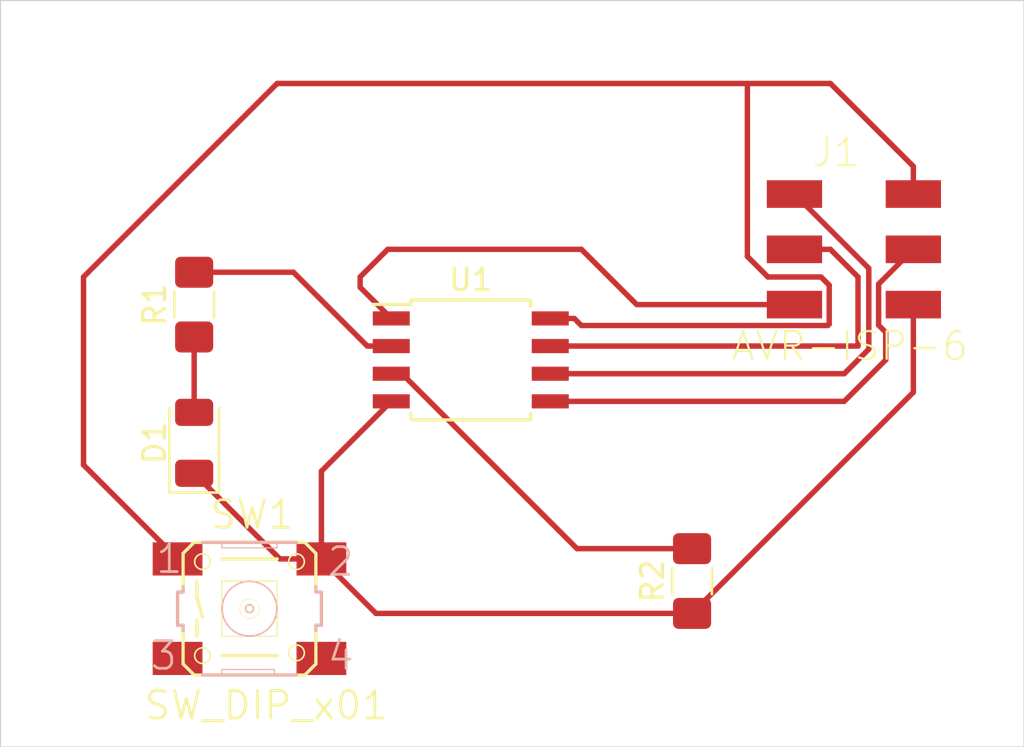
<source format=kicad_pcb>
(kicad_pcb (version 20171130) (host pcbnew 5.1.6-c6e7f7d~87~ubuntu18.04.1)

  (general
    (thickness 1.6)
    (drawings 4)
    (tracks 52)
    (zones 0)
    (modules 6)
    (nets 10)
  )

  (page A4)
  (layers
    (0 F.Cu signal)
    (31 B.Cu signal)
    (32 B.Adhes user)
    (33 F.Adhes user)
    (34 B.Paste user)
    (35 F.Paste user)
    (36 B.SilkS user)
    (37 F.SilkS user)
    (38 B.Mask user)
    (39 F.Mask user)
    (40 Dwgs.User user)
    (41 Cmts.User user)
    (42 Eco1.User user)
    (43 Eco2.User user)
    (44 Edge.Cuts user)
    (45 Margin user)
    (46 B.CrtYd user)
    (47 F.CrtYd user)
    (48 B.Fab user)
    (49 F.Fab user)
  )

  (setup
    (last_trace_width 0.25)
    (trace_clearance 0.2)
    (zone_clearance 0.508)
    (zone_45_only no)
    (trace_min 0.2)
    (via_size 0.8)
    (via_drill 0.4)
    (via_min_size 0.4)
    (via_min_drill 0.3)
    (uvia_size 0.3)
    (uvia_drill 0.1)
    (uvias_allowed no)
    (uvia_min_size 0.2)
    (uvia_min_drill 0.1)
    (edge_width 0.05)
    (segment_width 0.2)
    (pcb_text_width 0.3)
    (pcb_text_size 1.5 1.5)
    (mod_edge_width 0.12)
    (mod_text_size 1 1)
    (mod_text_width 0.15)
    (pad_size 1.524 1.524)
    (pad_drill 0.762)
    (pad_to_mask_clearance 0.05)
    (aux_axis_origin 0 0)
    (visible_elements FFFFFF7F)
    (pcbplotparams
      (layerselection 0x010fc_ffffffff)
      (usegerberextensions false)
      (usegerberattributes true)
      (usegerberadvancedattributes true)
      (creategerberjobfile true)
      (excludeedgelayer true)
      (linewidth 0.100000)
      (plotframeref false)
      (viasonmask false)
      (mode 1)
      (useauxorigin false)
      (hpglpennumber 1)
      (hpglpenspeed 20)
      (hpglpendiameter 15.000000)
      (psnegative false)
      (psa4output false)
      (plotreference true)
      (plotvalue true)
      (plotinvisibletext false)
      (padsonsilk false)
      (subtractmaskfromsilk false)
      (outputformat 1)
      (mirror false)
      (drillshape 1)
      (scaleselection 1)
      (outputdirectory ""))
  )

  (net 0 "")
  (net 1 "Net-(D1-Pad1)")
  (net 2 "Net-(D1-Pad2)")
  (net 3 "Net-(J1-Pad1)")
  (net 4 "Net-(J1-Pad2)")
  (net 5 "Net-(J1-Pad3)")
  (net 6 "Net-(J1-Pad4)")
  (net 7 "Net-(J1-Pad5)")
  (net 8 "Net-(R1-Pad2)")
  (net 9 "Net-(R2-Pad2)")

  (net_class Default "This is the default net class."
    (clearance 0.2)
    (trace_width 0.25)
    (via_dia 0.8)
    (via_drill 0.4)
    (uvia_dia 0.3)
    (uvia_drill 0.1)
    (add_net "Net-(D1-Pad1)")
    (add_net "Net-(D1-Pad2)")
    (add_net "Net-(J1-Pad1)")
    (add_net "Net-(J1-Pad2)")
    (add_net "Net-(J1-Pad3)")
    (add_net "Net-(J1-Pad4)")
    (add_net "Net-(J1-Pad5)")
    (add_net "Net-(R1-Pad2)")
    (add_net "Net-(R2-Pad2)")
  )

  (module LED_SMD:LED_1206_3216Metric (layer F.Cu) (tedit 5B301BBE) (tstamp 5FC56A93)
    (at 105.41 110.49 90)
    (descr "LED SMD 1206 (3216 Metric), square (rectangular) end terminal, IPC_7351 nominal, (Body size source: http://www.tortai-tech.com/upload/download/2011102023233369053.pdf), generated with kicad-footprint-generator")
    (tags diode)
    (path /5FC5447D)
    (attr smd)
    (fp_text reference D1 (at 0 -1.82 90) (layer F.SilkS)
      (effects (font (size 1 1) (thickness 0.15)))
    )
    (fp_text value LED (at 0 1.82 90) (layer F.Fab)
      (effects (font (size 1 1) (thickness 0.15)))
    )
    (fp_line (start 2.28 1.12) (end -2.28 1.12) (layer F.CrtYd) (width 0.05))
    (fp_line (start 2.28 -1.12) (end 2.28 1.12) (layer F.CrtYd) (width 0.05))
    (fp_line (start -2.28 -1.12) (end 2.28 -1.12) (layer F.CrtYd) (width 0.05))
    (fp_line (start -2.28 1.12) (end -2.28 -1.12) (layer F.CrtYd) (width 0.05))
    (fp_line (start -2.285 1.135) (end 1.6 1.135) (layer F.SilkS) (width 0.12))
    (fp_line (start -2.285 -1.135) (end -2.285 1.135) (layer F.SilkS) (width 0.12))
    (fp_line (start 1.6 -1.135) (end -2.285 -1.135) (layer F.SilkS) (width 0.12))
    (fp_line (start 1.6 0.8) (end 1.6 -0.8) (layer F.Fab) (width 0.1))
    (fp_line (start -1.6 0.8) (end 1.6 0.8) (layer F.Fab) (width 0.1))
    (fp_line (start -1.6 -0.4) (end -1.6 0.8) (layer F.Fab) (width 0.1))
    (fp_line (start -1.2 -0.8) (end -1.6 -0.4) (layer F.Fab) (width 0.1))
    (fp_line (start 1.6 -0.8) (end -1.2 -0.8) (layer F.Fab) (width 0.1))
    (fp_text user %R (at 0 0 90) (layer F.Fab)
      (effects (font (size 0.8 0.8) (thickness 0.12)))
    )
    (pad 1 smd roundrect (at -1.4 0 90) (size 1.25 1.75) (layers F.Cu F.Paste F.Mask) (roundrect_rratio 0.2)
      (net 1 "Net-(D1-Pad1)"))
    (pad 2 smd roundrect (at 1.4 0 90) (size 1.25 1.75) (layers F.Cu F.Paste F.Mask) (roundrect_rratio 0.2)
      (net 2 "Net-(D1-Pad2)"))
    (model ${KISYS3DMOD}/LED_SMD.3dshapes/LED_1206_3216Metric.wrl
      (at (xyz 0 0 0))
      (scale (xyz 1 1 1))
      (rotate (xyz 0 0 0))
    )
  )

  (module fab:fab-2X03SMD (layer F.Cu) (tedit 200000) (tstamp 5FC56A9D)
    (at 135.51154 101.6)
    (path /5FC5345C)
    (attr smd)
    (fp_text reference J1 (at -0.635 -4.445) (layer F.SilkS)
      (effects (font (size 1.27 1.27) (thickness 0.1016)))
    )
    (fp_text value AVR-ISP-6 (at 0 4.445) (layer F.SilkS)
      (effects (font (size 1.27 1.27) (thickness 0.1016)))
    )
    (pad 1 smd rect (at -2.54 -2.54) (size 2.54 1.27) (layers F.Cu F.Paste F.Mask)
      (net 3 "Net-(J1-Pad1)"))
    (pad 2 smd rect (at 2.91846 -2.54) (size 2.54 1.27) (layers F.Cu F.Paste F.Mask)
      (net 4 "Net-(J1-Pad2)"))
    (pad 3 smd rect (at -2.54 0) (size 2.54 1.27) (layers F.Cu F.Paste F.Mask)
      (net 5 "Net-(J1-Pad3)"))
    (pad 4 smd rect (at 2.91846 0) (size 2.54 1.27) (layers F.Cu F.Paste F.Mask)
      (net 6 "Net-(J1-Pad4)"))
    (pad 5 smd rect (at -2.54 2.54) (size 2.54 1.27) (layers F.Cu F.Paste F.Mask)
      (net 7 "Net-(J1-Pad5)"))
    (pad 6 smd rect (at 2.91846 2.54) (size 2.54 1.27) (layers F.Cu F.Paste F.Mask)
      (net 1 "Net-(D1-Pad1)"))
  )

  (module Resistor_SMD:R_1206_3216Metric_Pad1.42x1.75mm_HandSolder (layer F.Cu) (tedit 5B301BBD) (tstamp 5FC56AAE)
    (at 105.41 104.14 90)
    (descr "Resistor SMD 1206 (3216 Metric), square (rectangular) end terminal, IPC_7351 nominal with elongated pad for handsoldering. (Body size source: http://www.tortai-tech.com/upload/download/2011102023233369053.pdf), generated with kicad-footprint-generator")
    (tags "resistor handsolder")
    (path /5FC5552D)
    (attr smd)
    (fp_text reference R1 (at 0 -1.82 90) (layer F.SilkS)
      (effects (font (size 1 1) (thickness 0.15)))
    )
    (fp_text value 150 (at 0 1.82 90) (layer F.Fab)
      (effects (font (size 1 1) (thickness 0.15)))
    )
    (fp_text user %R (at 0 0 90) (layer F.Fab)
      (effects (font (size 0.8 0.8) (thickness 0.12)))
    )
    (fp_line (start -1.6 0.8) (end -1.6 -0.8) (layer F.Fab) (width 0.1))
    (fp_line (start -1.6 -0.8) (end 1.6 -0.8) (layer F.Fab) (width 0.1))
    (fp_line (start 1.6 -0.8) (end 1.6 0.8) (layer F.Fab) (width 0.1))
    (fp_line (start 1.6 0.8) (end -1.6 0.8) (layer F.Fab) (width 0.1))
    (fp_line (start -0.602064 -0.91) (end 0.602064 -0.91) (layer F.SilkS) (width 0.12))
    (fp_line (start -0.602064 0.91) (end 0.602064 0.91) (layer F.SilkS) (width 0.12))
    (fp_line (start -2.45 1.12) (end -2.45 -1.12) (layer F.CrtYd) (width 0.05))
    (fp_line (start -2.45 -1.12) (end 2.45 -1.12) (layer F.CrtYd) (width 0.05))
    (fp_line (start 2.45 -1.12) (end 2.45 1.12) (layer F.CrtYd) (width 0.05))
    (fp_line (start 2.45 1.12) (end -2.45 1.12) (layer F.CrtYd) (width 0.05))
    (pad 2 smd roundrect (at 1.4875 0 90) (size 1.425 1.75) (layers F.Cu F.Paste F.Mask) (roundrect_rratio 0.175439)
      (net 8 "Net-(R1-Pad2)"))
    (pad 1 smd roundrect (at -1.4875 0 90) (size 1.425 1.75) (layers F.Cu F.Paste F.Mask) (roundrect_rratio 0.175439)
      (net 2 "Net-(D1-Pad2)"))
    (model ${KISYS3DMOD}/Resistor_SMD.3dshapes/R_1206_3216Metric.wrl
      (at (xyz 0 0 0))
      (scale (xyz 1 1 1))
      (rotate (xyz 0 0 0))
    )
  )

  (module Resistor_SMD:R_1206_3216Metric_Pad1.42x1.75mm_HandSolder (layer F.Cu) (tedit 5B301BBD) (tstamp 5FC56ABF)
    (at 128.27 116.84 90)
    (descr "Resistor SMD 1206 (3216 Metric), square (rectangular) end terminal, IPC_7351 nominal with elongated pad for handsoldering. (Body size source: http://www.tortai-tech.com/upload/download/2011102023233369053.pdf), generated with kicad-footprint-generator")
    (tags "resistor handsolder")
    (path /5FC55028)
    (attr smd)
    (fp_text reference R2 (at 0 -1.82 90) (layer F.SilkS)
      (effects (font (size 1 1) (thickness 0.15)))
    )
    (fp_text value 10000 (at 0 1.82 90) (layer F.Fab)
      (effects (font (size 1 1) (thickness 0.15)))
    )
    (fp_line (start 2.45 1.12) (end -2.45 1.12) (layer F.CrtYd) (width 0.05))
    (fp_line (start 2.45 -1.12) (end 2.45 1.12) (layer F.CrtYd) (width 0.05))
    (fp_line (start -2.45 -1.12) (end 2.45 -1.12) (layer F.CrtYd) (width 0.05))
    (fp_line (start -2.45 1.12) (end -2.45 -1.12) (layer F.CrtYd) (width 0.05))
    (fp_line (start -0.602064 0.91) (end 0.602064 0.91) (layer F.SilkS) (width 0.12))
    (fp_line (start -0.602064 -0.91) (end 0.602064 -0.91) (layer F.SilkS) (width 0.12))
    (fp_line (start 1.6 0.8) (end -1.6 0.8) (layer F.Fab) (width 0.1))
    (fp_line (start 1.6 -0.8) (end 1.6 0.8) (layer F.Fab) (width 0.1))
    (fp_line (start -1.6 -0.8) (end 1.6 -0.8) (layer F.Fab) (width 0.1))
    (fp_line (start -1.6 0.8) (end -1.6 -0.8) (layer F.Fab) (width 0.1))
    (fp_text user %R (at 0 0 90) (layer F.Fab)
      (effects (font (size 0.8 0.8) (thickness 0.12)))
    )
    (pad 1 smd roundrect (at -1.4875 0 90) (size 1.425 1.75) (layers F.Cu F.Paste F.Mask) (roundrect_rratio 0.175439)
      (net 1 "Net-(D1-Pad1)"))
    (pad 2 smd roundrect (at 1.4875 0 90) (size 1.425 1.75) (layers F.Cu F.Paste F.Mask) (roundrect_rratio 0.175439)
      (net 9 "Net-(R2-Pad2)"))
    (model ${KISYS3DMOD}/Resistor_SMD.3dshapes/R_1206_3216Metric.wrl
      (at (xyz 0 0 0))
      (scale (xyz 1 1 1))
      (rotate (xyz 0 0 0))
    )
  )

  (module fab:fab-6MM_SWITCH (layer F.Cu) (tedit 200000) (tstamp 5FC56AFD)
    (at 107.95 118.11)
    (descr "OMRON SWITCH")
    (tags "OMRON SWITCH")
    (path /5FC60587)
    (attr smd)
    (fp_text reference SW1 (at 0.127 -4.318) (layer F.SilkS)
      (effects (font (size 1.27 1.27) (thickness 0.127)))
    )
    (fp_text value SW_DIP_x01 (at 0.762 4.445) (layer F.SilkS)
      (effects (font (size 1.27 1.27) (thickness 0.127)))
    )
    (fp_circle (center 0 0) (end -0.127 0.127) (layer B.SilkS) (width 0.0762))
    (fp_circle (center 0 0) (end -0.3175 0.3175) (layer F.SilkS) (width 0.0254))
    (fp_circle (center -2.159 -2.159) (end -2.413 -2.413) (layer F.SilkS) (width 0.0762))
    (fp_circle (center 2.159 -2.159) (end 2.413 -2.413) (layer F.SilkS) (width 0.0762))
    (fp_circle (center 2.159 2.032) (end 2.413 2.286) (layer F.SilkS) (width 0.0762))
    (fp_circle (center -2.159 2.159) (end -2.413 2.413) (layer F.SilkS) (width 0.0762))
    (fp_circle (center 0 0) (end -0.889 0.889) (layer B.SilkS) (width 0.0762))
    (fp_line (start -2.413 -0.508) (end -2.159 0.381) (layer F.SilkS) (width 0.1524))
    (fp_line (start -2.413 0.508) (end -2.413 1.27) (layer F.SilkS) (width 0.1524))
    (fp_line (start -2.413 -1.27) (end -2.413 -0.508) (layer F.SilkS) (width 0.1524))
    (fp_line (start 1.27 -2.286) (end -1.27 -2.286) (layer F.SilkS) (width 0.1524))
    (fp_line (start -1.27 2.159) (end 1.27 2.159) (layer F.SilkS) (width 0.1524))
    (fp_line (start -3.048 -0.762) (end -3.048 -1.016) (layer B.SilkS) (width 0.1524))
    (fp_line (start -3.048 0.762) (end -3.048 1.016) (layer B.SilkS) (width 0.1524))
    (fp_line (start 3.048 -0.762) (end 3.048 -1.016) (layer B.SilkS) (width 0.1524))
    (fp_line (start 3.048 0.762) (end 3.048 1.016) (layer B.SilkS) (width 0.1524))
    (fp_line (start 1.143 3.048) (end 2.159 3.048) (layer B.SilkS) (width 0.1524))
    (fp_line (start -1.27 3.048) (end 1.143 3.048) (layer B.SilkS) (width 0.1524))
    (fp_line (start -1.27 -3.048) (end -2.159 -3.048) (layer B.SilkS) (width 0.1524))
    (fp_line (start 1.27 -3.048) (end -1.27 -3.048) (layer B.SilkS) (width 0.1524))
    (fp_line (start 2.159 -3.048) (end 1.27 -3.048) (layer B.SilkS) (width 0.1524))
    (fp_line (start 2.54 -3.048) (end 2.159 -3.048) (layer F.SilkS) (width 0.1524))
    (fp_line (start -2.54 -3.048) (end -2.159 -3.048) (layer F.SilkS) (width 0.1524))
    (fp_line (start -2.159 3.048) (end -1.27 3.048) (layer B.SilkS) (width 0.1524))
    (fp_line (start -2.54 3.048) (end -2.159 3.048) (layer F.SilkS) (width 0.1524))
    (fp_line (start 2.54 3.048) (end 2.159 3.048) (layer F.SilkS) (width 0.1524))
    (fp_line (start -1.27 2.794) (end -1.27 3.048) (layer B.SilkS) (width 0.0508))
    (fp_line (start 1.143 2.794) (end 1.143 3.048) (layer B.SilkS) (width 0.0508))
    (fp_line (start 1.143 2.794) (end -1.27 2.794) (layer B.SilkS) (width 0.0508))
    (fp_line (start 1.27 -2.794) (end 1.27 -3.048) (layer B.SilkS) (width 0.0508))
    (fp_line (start 1.27 -2.794) (end -1.27 -2.794) (layer B.SilkS) (width 0.0508))
    (fp_line (start -1.27 -3.048) (end -1.27 -2.794) (layer B.SilkS) (width 0.0508))
    (fp_line (start -1.27 -1.27) (end 1.27 -1.27) (layer F.SilkS) (width 0.0508))
    (fp_line (start 1.27 1.27) (end 1.27 -1.27) (layer F.SilkS) (width 0.0508))
    (fp_line (start 1.27 1.27) (end -1.27 1.27) (layer F.SilkS) (width 0.0508))
    (fp_line (start -1.27 -1.27) (end -1.27 1.27) (layer F.SilkS) (width 0.0508))
    (fp_line (start -3.048 2.54) (end -3.048 1.016) (layer F.SilkS) (width 0.1524))
    (fp_line (start -2.54 3.048) (end -3.048 2.54) (layer F.SilkS) (width 0.1524))
    (fp_line (start -3.048 -2.54) (end -3.048 -1.016) (layer F.SilkS) (width 0.1524))
    (fp_line (start -2.54 -3.048) (end -3.048 -2.54) (layer F.SilkS) (width 0.1524))
    (fp_line (start 3.048 2.54) (end 3.048 1.016) (layer F.SilkS) (width 0.1524))
    (fp_line (start 2.54 3.048) (end 3.048 2.54) (layer F.SilkS) (width 0.1524))
    (fp_line (start 3.048 -2.54) (end 2.54 -3.048) (layer F.SilkS) (width 0.1524))
    (fp_line (start -3.048 0.762) (end -3.302 0.762) (layer B.SilkS) (width 0.1524))
    (fp_line (start -3.302 -0.762) (end -3.302 0.762) (layer B.SilkS) (width 0.1524))
    (fp_line (start -3.302 -0.762) (end -3.048 -0.762) (layer B.SilkS) (width 0.1524))
    (fp_line (start 3.048 -1.016) (end 3.048 -2.54) (layer F.SilkS) (width 0.1524))
    (fp_line (start 3.048 -0.762) (end 3.302 -0.762) (layer B.SilkS) (width 0.1524))
    (fp_line (start 3.302 0.762) (end 3.302 -0.762) (layer B.SilkS) (width 0.1524))
    (fp_line (start 3.302 0.762) (end 3.048 0.762) (layer B.SilkS) (width 0.1524))
    (fp_text user 1 (at -3.683 -2.286) (layer B.SilkS)
      (effects (font (size 1.27 1.27) (thickness 0.127)))
    )
    (fp_text user 2 (at 4.191 -2.159) (layer B.SilkS)
      (effects (font (size 1.27 1.27) (thickness 0.127)))
    )
    (fp_text user 3 (at -3.937 2.159) (layer B.SilkS)
      (effects (font (size 1.27 1.27) (thickness 0.127)))
    )
    (fp_text user 4 (at 4.191 2.159) (layer B.SilkS)
      (effects (font (size 1.27 1.27) (thickness 0.127)))
    )
    (pad 1 smd rect (at -3.302 -2.286) (size 2.286 1.524) (layers F.Cu F.Paste F.Mask)
      (net 4 "Net-(J1-Pad2)"))
    (pad 2 smd rect (at 3.302 -2.286) (size 2.286 1.524) (layers F.Cu F.Paste F.Mask)
      (net 1 "Net-(D1-Pad1)"))
    (pad 3 smd rect (at -3.302 2.286) (size 2.286 1.524) (layers F.Cu F.Paste F.Mask))
    (pad 4 smd rect (at 3.302 2.286) (size 2.286 1.524) (layers F.Cu F.Paste F.Mask))
  )

  (module Package_SO:SOIJ-8_5.3x5.3mm_P1.27mm (layer F.Cu) (tedit 5A02F2D3) (tstamp 5FC56B1A)
    (at 118.11 106.68)
    (descr "8-Lead Plastic Small Outline (SM) - Medium, 5.28 mm Body [SOIC] (see Microchip Packaging Specification 00000049BS.pdf)")
    (tags "SOIC 1.27")
    (path /5FC52D5B)
    (attr smd)
    (fp_text reference U1 (at 0 -3.68) (layer F.SilkS)
      (effects (font (size 1 1) (thickness 0.15)))
    )
    (fp_text value ATtiny85-20SU (at 0 3.68) (layer F.Fab)
      (effects (font (size 1 1) (thickness 0.15)))
    )
    (fp_line (start -2.75 -2.55) (end -4.5 -2.55) (layer F.SilkS) (width 0.15))
    (fp_line (start -2.75 2.755) (end 2.75 2.755) (layer F.SilkS) (width 0.15))
    (fp_line (start -2.75 -2.755) (end 2.75 -2.755) (layer F.SilkS) (width 0.15))
    (fp_line (start -2.75 2.755) (end -2.75 2.455) (layer F.SilkS) (width 0.15))
    (fp_line (start 2.75 2.755) (end 2.75 2.455) (layer F.SilkS) (width 0.15))
    (fp_line (start 2.75 -2.755) (end 2.75 -2.455) (layer F.SilkS) (width 0.15))
    (fp_line (start -2.75 -2.755) (end -2.75 -2.55) (layer F.SilkS) (width 0.15))
    (fp_line (start -4.75 2.95) (end 4.75 2.95) (layer F.CrtYd) (width 0.05))
    (fp_line (start -4.75 -2.95) (end 4.75 -2.95) (layer F.CrtYd) (width 0.05))
    (fp_line (start 4.75 -2.95) (end 4.75 2.95) (layer F.CrtYd) (width 0.05))
    (fp_line (start -4.75 -2.95) (end -4.75 2.95) (layer F.CrtYd) (width 0.05))
    (fp_line (start -2.65 -1.65) (end -1.65 -2.65) (layer F.Fab) (width 0.15))
    (fp_line (start -2.65 2.65) (end -2.65 -1.65) (layer F.Fab) (width 0.15))
    (fp_line (start 2.65 2.65) (end -2.65 2.65) (layer F.Fab) (width 0.15))
    (fp_line (start 2.65 -2.65) (end 2.65 2.65) (layer F.Fab) (width 0.15))
    (fp_line (start -1.65 -2.65) (end 2.65 -2.65) (layer F.Fab) (width 0.15))
    (fp_text user %R (at 0 0) (layer F.Fab)
      (effects (font (size 1 1) (thickness 0.15)))
    )
    (pad 1 smd rect (at -3.65 -1.905) (size 1.7 0.65) (layers F.Cu F.Paste F.Mask)
      (net 7 "Net-(J1-Pad5)"))
    (pad 2 smd rect (at -3.65 -0.635) (size 1.7 0.65) (layers F.Cu F.Paste F.Mask)
      (net 8 "Net-(R1-Pad2)"))
    (pad 3 smd rect (at -3.65 0.635) (size 1.7 0.65) (layers F.Cu F.Paste F.Mask)
      (net 9 "Net-(R2-Pad2)"))
    (pad 4 smd rect (at -3.65 1.905) (size 1.7 0.65) (layers F.Cu F.Paste F.Mask)
      (net 1 "Net-(D1-Pad1)"))
    (pad 5 smd rect (at 3.65 1.905) (size 1.7 0.65) (layers F.Cu F.Paste F.Mask)
      (net 6 "Net-(J1-Pad4)"))
    (pad 6 smd rect (at 3.65 0.635) (size 1.7 0.65) (layers F.Cu F.Paste F.Mask)
      (net 3 "Net-(J1-Pad1)"))
    (pad 7 smd rect (at 3.65 -0.635) (size 1.7 0.65) (layers F.Cu F.Paste F.Mask)
      (net 5 "Net-(J1-Pad3)"))
    (pad 8 smd rect (at 3.65 -1.905) (size 1.7 0.65) (layers F.Cu F.Paste F.Mask)
      (net 4 "Net-(J1-Pad2)"))
    (model ${KISYS3DMOD}/Package_SO.3dshapes/SOIJ-8_5.3x5.3mm_P1.27mm.wrl
      (at (xyz 0 0 0))
      (scale (xyz 1 1 1))
      (rotate (xyz 0 0 0))
    )
  )

  (gr_line (start 96.52 90.17) (end 96.52 124.46) (layer Edge.Cuts) (width 0.05) (tstamp 5FC574A5))
  (gr_line (start 143.51 90.17) (end 96.52 90.17) (layer Edge.Cuts) (width 0.05))
  (gr_line (start 143.51 124.46) (end 143.51 90.17) (layer Edge.Cuts) (width 0.05))
  (gr_line (start 96.52 124.46) (end 143.51 124.46) (layer Edge.Cuts) (width 0.05))

  (segment (start 111.252 111.793) (end 114.46 108.585) (width 0.25) (layer F.Cu) (net 1))
  (segment (start 111.252 115.824) (end 111.252 111.793) (width 0.25) (layer F.Cu) (net 1))
  (segment (start 109.344 115.824) (end 105.41 111.89) (width 0.25) (layer F.Cu) (net 1))
  (segment (start 111.252 115.824) (end 109.344 115.824) (width 0.25) (layer F.Cu) (net 1))
  (segment (start 113.7555 118.3275) (end 111.252 115.824) (width 0.25) (layer F.Cu) (net 1))
  (segment (start 128.27 118.3275) (end 113.7555 118.3275) (width 0.25) (layer F.Cu) (net 1))
  (segment (start 138.43 108.1675) (end 138.43 104.14) (width 0.25) (layer F.Cu) (net 1))
  (segment (start 128.27 118.3275) (end 138.43 108.1675) (width 0.25) (layer F.Cu) (net 1))
  (segment (start 105.41 109.09) (end 105.41 105.6275) (width 0.25) (layer F.Cu) (net 2))
  (segment (start 121.76 107.315) (end 135.255 107.315) (width 0.25) (layer F.Cu) (net 3))
  (segment (start 136.384989 102.473449) (end 132.97154 99.06) (width 0.25) (layer F.Cu) (net 3))
  (segment (start 136.384989 106.185011) (end 136.384989 102.473449) (width 0.25) (layer F.Cu) (net 3))
  (segment (start 135.255 107.315) (end 136.384989 106.185011) (width 0.25) (layer F.Cu) (net 3))
  (segment (start 138.43 99.06) (end 138.43 97.79) (width 0.25) (layer F.Cu) (net 4))
  (segment (start 138.43 97.79) (end 134.62 93.98) (width 0.25) (layer F.Cu) (net 4))
  (segment (start 134.62 93.98) (end 109.22 93.98) (width 0.25) (layer F.Cu) (net 4))
  (segment (start 109.22 93.98) (end 100.33 102.87) (width 0.25) (layer F.Cu) (net 4))
  (segment (start 100.33 111.506) (end 104.648 115.824) (width 0.25) (layer F.Cu) (net 4))
  (segment (start 100.33 102.87) (end 100.33 111.506) (width 0.25) (layer F.Cu) (net 4))
  (segment (start 134.566541 103.244999) (end 134.191542 102.87) (width 0.25) (layer F.Cu) (net 4))
  (segment (start 134.501541 105.100001) (end 134.566541 105.035001) (width 0.25) (layer F.Cu) (net 4))
  (segment (start 134.566541 105.035001) (end 134.566541 103.244999) (width 0.25) (layer F.Cu) (net 4))
  (segment (start 121.76 104.775) (end 122.86 104.775) (width 0.25) (layer F.Cu) (net 4))
  (segment (start 123.185001 105.100001) (end 134.501541 105.100001) (width 0.25) (layer F.Cu) (net 4))
  (segment (start 122.86 104.775) (end 123.185001 105.100001) (width 0.25) (layer F.Cu) (net 4))
  (segment (start 131.751538 102.87) (end 130.81 101.928462) (width 0.25) (layer F.Cu) (net 4))
  (segment (start 134.191542 102.87) (end 131.751538 102.87) (width 0.25) (layer F.Cu) (net 4))
  (segment (start 130.81 101.928462) (end 130.81 93.98) (width 0.25) (layer F.Cu) (net 4))
  (segment (start 135.88859 106.045) (end 133.985 106.045) (width 0.25) (layer F.Cu) (net 5))
  (segment (start 133.985 106.045) (end 121.76 106.045) (width 0.25) (layer F.Cu) (net 5))
  (segment (start 135.89 106.04359) (end 135.88859 106.045) (width 0.25) (layer F.Cu) (net 5))
  (segment (start 132.97154 101.6) (end 134.62 101.6) (width 0.25) (layer F.Cu) (net 5))
  (segment (start 135.89 102.87) (end 135.89 106.04359) (width 0.25) (layer F.Cu) (net 5))
  (segment (start 134.62 101.6) (end 135.89 102.87) (width 0.25) (layer F.Cu) (net 5))
  (segment (start 137.16 105.41) (end 137.16 106.68) (width 0.25) (layer F.Cu) (net 6))
  (segment (start 136.834999 105.084999) (end 137.16 105.41) (width 0.25) (layer F.Cu) (net 6))
  (segment (start 135.255 108.585) (end 121.76 108.585) (width 0.25) (layer F.Cu) (net 6))
  (segment (start 138.43 101.6) (end 136.834999 103.195001) (width 0.25) (layer F.Cu) (net 6))
  (segment (start 137.16 106.68) (end 135.255 108.585) (width 0.25) (layer F.Cu) (net 6))
  (segment (start 136.834999 103.195001) (end 136.834999 105.084999) (width 0.25) (layer F.Cu) (net 6))
  (segment (start 113.03 103.345) (end 114.46 104.775) (width 0.25) (layer F.Cu) (net 7))
  (segment (start 113.03 102.87) (end 113.03 103.345) (width 0.25) (layer F.Cu) (net 7))
  (segment (start 114.3 101.6) (end 113.03 102.87) (width 0.25) (layer F.Cu) (net 7))
  (segment (start 123.19 101.6) (end 114.3 101.6) (width 0.25) (layer F.Cu) (net 7))
  (segment (start 132.97154 104.14) (end 125.73 104.14) (width 0.25) (layer F.Cu) (net 7))
  (segment (start 125.73 104.14) (end 123.19 101.6) (width 0.25) (layer F.Cu) (net 7))
  (segment (start 109.9675 102.6525) (end 105.41 102.6525) (width 0.25) (layer F.Cu) (net 8))
  (segment (start 113.36 106.045) (end 109.9675 102.6525) (width 0.25) (layer F.Cu) (net 8))
  (segment (start 114.46 106.045) (end 113.36 106.045) (width 0.25) (layer F.Cu) (net 8))
  (segment (start 114.950002 107.315) (end 114.46 107.315) (width 0.25) (layer F.Cu) (net 9))
  (segment (start 122.987502 115.3525) (end 114.950002 107.315) (width 0.25) (layer F.Cu) (net 9))
  (segment (start 128.27 115.3525) (end 122.987502 115.3525) (width 0.25) (layer F.Cu) (net 9))

)

</source>
